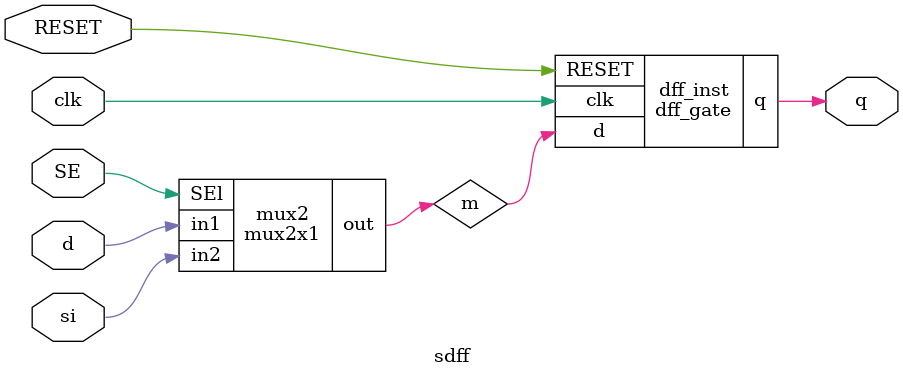
<source format=v>
module UPDATED_DFT(REFCLK,CLK2,DATA_IN,TESTMODE,SI1,SI2,SE,SO1,SO2,RESET,DATAOUT);
  input REFCLK,CLK2;
  input SI1,SI2,SE;
  output SO1,SO2;
  input [4:0]DATA_IN;
  input RESET,TESTMODE;
  output  [4:0]DATAOUT;
  
wire [19:0] deco1,pipo1;
wire [9:0] enco1,blackbox_out,pipo2;
wire [9:0] x,e5_mux_out;
wire m1,m2,RESET_out;
wire SO1wire,SO2wire,SO11_wire,SO22_wire;
  
  
  
  decoder5x20 D1(DATA_IN,deco1);
  pll PLL(REFCLK,clk1);
  mux2x1 DRC_C6(clk1,REFCLK,TESTMODE,m1);
  pipo20 P1 (m1,RESET,SE,SI1,SI2,deco1,pipo1,SO1wire,SO2wire);
  encoder20x10 E1(pipo1,enco1);
  mux2x1 DRC_C9(RESET_out,RESET,TESTMODE,m2);
  pipo10 P2 (CLK2,m2,SE,SO1wire,SO2wire,x,pipo2,SO1,SO2);
  encoder10x5 E2(pipo2,DATAOUT);
   blackbox BB(RESET_out,blackbox_out);
  pipo10 e5fix(CLK2,RESET,SE,SO1wire,SO2wire,,,SO11_wire,SO22_wire);
 
  mux2x1 DRC_e5_0(blackbox_out[0],SO11_wire,TESTMODE,e5_mux_out[0]);
  mux2x1 DRC_e5_1(blackbox_out[1],SO11_wire,TESTMODE,e5_mux_out[1]);
  mux2x1 DRC_e5_2(blackbox_out[2],SO11_wire,TESTMODE,e5_mux_out[2]);
  mux2x1 DRC_e5_3(blackbox_out[3],SO11_wire,TESTMODE,e5_mux_out[3]);
  mux2x1 DRC_e5_4(blackbox_out[4],SO11_wire,TESTMODE,e5_mux_out[4]);
  mux2x1 DRC_e5_5(blackbox_out[5],SO22_wire,TESTMODE,e5_mux_out[5]);
  mux2x1 DRC_e5_6(blackbox_out[6],SO22_wire,TESTMODE,e5_mux_out[6]);
  mux2x1 DRC_e5_7(blackbox_out[7],SO22_wire,TESTMODE,e5_mux_out[7]);
  mux2x1 DRC_e5_8(blackbox_out[8],SO22_wire,TESTMODE,e5_mux_out[8]);
  mux2x1 DRC_e5_9(blackbox_out[9],SO22_wire,TESTMODE,e5_mux_out[9]);

 xor (x[0],e5_mux_out[0],enco1[0]);
  xor (x[1],e5_mux_out[1],enco1[1]);
  xor (x[2],e5_mux_out[2],enco1[2]);
  xor (x[3],e5_mux_out[3],enco1[3]);
  xor (x[4],e5_mux_out[4],enco1[4]);
  xor (x[5],e5_mux_out[5],enco1[5]);
  xor (x[6],e5_mux_out[6],enco1[6]);
  xor (x[7],e5_mux_out[7],enco1[7]);
  xor (x[8],e5_mux_out[8],enco1[8]);
  xor (x[9],e5_mux_out[9],enco1[9]);
endmodule

module pll(
  input REFCLK,
  output clk
);
  //assign clk=REFCLK;  
endmodule
module blackbox(
  output RESET_out,
  output [9:0]DATAOUT
);
  //assign RESET_out = 1'b0;      
  //assign DATAOUT = 10'd0;   
endmodule

module decoder5x20 (
    input [4:0] in,
    output [19:0] out
);

    wire A, B, C, D, E; 
    wire nA, nB, nC, nD, nE;

    assign A = in[4];
    assign B = in[3];
    assign C = in[2];
    assign D = in[1];
    assign E = in[0];

    not g0(nA, A);
    not g1(nB, B);
    not g2(nC, C);
    not g3(nD, D);
    not g4(nE, E);

    // out[0] = ~A & ~B & ~C & ~D & ~E
    and g5(out[0], nA, nB, nC, nD, nE);
    
    // out[1] = ~A & ~B & ~C & ~D &  E
    and g6(out[1], nA, nB, nC, nD, E);

    // out[2] = ~A & ~B & ~C &  D & ~E
    and g7(out[2], nA, nB, nC, D, nE);

    // out[3] = ~A & ~B & ~C &  D &  E
    and g8(out[3], nA, nB, nC, D, E);

    // out[4] = ~A & ~B &  C & ~D & ~E
    and g9(out[4], nA, nB, C, nD, nE);

    // out[5] = ~A & ~B &  C & ~D &  E
    and g10(out[5], nA, nB, C, nD, E);

    // out[6] = ~A & ~B &  C &  D & ~E
    and g11(out[6], nA, nB, C, D, nE);

    // out[7] = ~A & ~B &  C &  D &  E
    and g12(out[7], nA, nB, C, D, E);

    // out[8] = ~A &  B & ~C & ~D & ~E
    and g13(out[8], nA, B, nC, nD, nE);

    // out[9] = ~A &  B & ~C & ~D &  E
    and g14(out[9], nA, B, nC, nD, E);

    // out[10] = ~A &  B & ~C &  D & ~E
    and g15(out[10], nA, B, nC, D, nE);

    // out[11] = ~A &  B & ~C &  D &  E
    and g16(out[11], nA, B, nC, D, E);

    // out[12] = ~A &  B &  C & ~D & ~E
    and g17(out[12], nA, B, C, nD, nE);

    // out[13] = ~A &  B &  C & ~D &  E
    and g18(out[13], nA, B, C, nD, E);

    // out[14] = ~A &  B &  C &  D & ~E
    and g19(out[14], nA, B, C, D, nE);

    // out[15] = ~A &  B &  C &  D &  E
    and g20(out[15], nA, B, C, D, E);

    // out[16] =  A & ~B & ~C & ~D & ~E
    and g21(out[16], A, nB, nC, nD, nE);

    // out[17] =  A & ~B & ~C & ~D &  E
    and g22(out[17], A, nB, nC, nD, E);

    // out[18] =  A & ~B & ~C &  D & ~E
    and g23(out[18], A, nB, nC, D, nE);

    // out[19] =  A & ~B & ~C &  D &  E
    and g24(out[19], A, nB, nC, D, E);
endmodule
// D latch gate-level
module d_latch (
    input wire d,
    input wire en,
    output wire q
);
    wire dbar, s, r, qbar;
    not u1(dbar, d);
    and u2(s, d, en);
    and u3(r, dbar, en);
    nor u4(q, r, qbar);
    nor u5(qbar, s, q);
endmodule
// Master-Slave D flip-flop
module dff_gate (
    input wire clk,
    input wire d,
    input wire RESET,
    output wire q
);
    wire nclk,nRESET;
    wire qm,d_mux;
    not u1(nclk, clk);
    not u2(nRESET, RESET);
    and(d_mux,d,nRESET);
    d_latch master (
        .d(d_mux),
        .en(nclk),
        .q(qm)
    );

    d_latch slave (
        .d(qm),
        .en(clk),
        .q(q)
    );
endmodule

module encoder20x10 (in,out);
  input  [19:0] in;
  output  [9:0] out;
  assign out[9:5] = 5'b0;
  or(out[0],  in[1] , in[3] , in[5] , in[7] , in[9] , in[11] , in[13] , in[15] , in[17] , in[19]);
  or(out[1] , in[2] , in[3] , in[6] , in[7] , in[10] , in[11] , in[14] , in[15] , in[18] , in[19]);
  or(out[2] , in[4] , in[5] , in[6] , in[7] , in[12] , in[13] , in[14] , in[15] , in[19]);
  or(out[3] , in[8] , in[9] , in[10] , in[11] , in[12] , in[13] , in[14] , in[15]);
  or(out[4] , in[16] , in[17] , in[18] , in[19]);
endmodule
module pipo10 (
    input wire clk,
    input wire RESET,
    input wire SE,                    // Scan enable
    input wire SI1,                   // Scan in for chain 0
    input wire SI2,                   // Scan in for chain 1
    input wire [9:0] d_in,
    output wire [9:0] q_out,
    output wire SO1,                  // Scan out for chain 0
    output wire SO2                   // Scan out for chain 1
);
    wire [5:0] scan_chain0;          // Chain for bits [0:9]
    wire [5:0] scan_chain1;          // Chain for bits [10:19]

    assign scan_chain0[0] = SI1;
    assign scan_chain1[0] = SI2;

    genvar i;

    // Chain 0 (bits 0-9)
    generate
        for (i = 0; i < 5; i = i + 1) begin : sdff_chain0
            sdff sdff_inst3 (
                .clk(clk),
                .RESET(RESET),
                .d(d_in[i]),
                .si(scan_chain0[i]),
                .SE(SE),
                .q(scan_chain0[i+1])
            );
            assign q_out[i] = scan_chain0[i+1];
        end
    endgenerate

    // Chain 1 (bits 10-19)
    generate
        for (i = 5; i < 10; i = i + 1) begin : sdff_chain1
            sdff sdff_inst4 (
                .clk(clk),
                .RESET(RESET),
                .d(d_in[i]),
                .si(scan_chain1[i-5]),
                .SE(SE),
                .q(scan_chain1[i-5+1])
            );
            assign q_out[i] = scan_chain1[i-5+1];
        end
    endgenerate

    assign SO1 = scan_chain0[5];
    assign SO2 = scan_chain1[5];

endmodule

module pipo20 (
    input wire clk,
    input wire RESET,
    input wire SE,                    // Scan enable
    input wire SI1,                   // Scan in for chain 0
    input wire SI2,                   // Scan in for chain 1
    input wire [19:0] d_in,
    output wire [19:0] q_out,
    output wire SO1,                  // Scan out for chain 0
    output wire SO2                   // Scan out for chain 1
);
    wire [10:0] scan_chain0;          // Chain for bits [0:9]
    wire [10:0] scan_chain1;          // Chain for bits [10:19]

    assign scan_chain0[0] = SI1;
    assign scan_chain1[0] = SI2;

    genvar i;

    // Chain 0 (bits 0-9)
    generate
        for (i = 0; i < 10; i = i + 1) begin : sdff_chain0
            sdff sdff_inst1 (
                .clk(clk),
                .RESET(RESET),
                .d(d_in[i]),
                .si(scan_chain0[i]),
                .SE(SE),
                .q(scan_chain0[i+1])
            );
            assign q_out[i] = scan_chain0[i+1];
        end
    endgenerate

    // Chain 1 (bits 10-19)
    generate
        for (i = 10; i < 20; i = i + 1) begin : sdff_chain1
            sdff sdff_inst2 (
                .clk(clk),
                .RESET(RESET),
                .d(d_in[i]),
                .si(scan_chain1[i-10]),
                .SE(SE),
                .q(scan_chain1[i-10+1])
            );
            assign q_out[i] = scan_chain1[i-10+1];
        end
    endgenerate

    assign SO1 = scan_chain0[10];
    assign SO2 = scan_chain1[10];

endmodule


module encoder10x5(in, out);
    input [9:0] in;
    output [4:0] out;

    wire P0, P1, P2, P3, P4, P5, P6, P7, P8, P9;

    // Intermediate wires for inverted inputs to simplify logic
    wire not_in_0, not_in_1, not_in_2, not_in_3, not_in_4, not_in_5, not_in_6, not_in_7, not_in_8, not_in_9;

    not (not_in_0, in[0]);
    not (not_in_1, in[1]);
    not (not_in_2, in[2]);
    not (not_in_3, in[3]);
    not (not_in_4, in[4]);
    not (not_in_5, in[5]);
    not (not_in_6, in[6]);
    not (not_in_7, in[7]);
    not (not_in_8, in[8]);
    not (not_in_9, in[9]);

    // Priority terms (P_N)
    assign P9 = in[9];
    and (P8, in[8], not_in_9);
    and (P7, in[7], not_in_8, not_in_9);
    and (P6, in[6], not_in_7, not_in_8, not_in_9);
    and (P5, in[5], not_in_6, not_in_7, not_in_8, not_in_9);
    and (P4, in[4], not_in_5, not_in_6, not_in_7, not_in_8, not_in_9);
    and (P3, in[3], not_in_4, not_in_5, not_in_6, not_in_7, not_in_8, not_in_9);
    and (P2, in[2], not_in_3, not_in_4, not_in_5, not_in_6, not_in_7, not_in_8, not_in_9);
    and (P1, in[1], not_in_2, not_in_3, not_in_4, not_in_5, not_in_6, not_in_7, not_in_8, not_in_9);
    and (P0, in[0], not_in_1, not_in_2, not_in_3, not_in_4, not_in_5, not_in_6, not_in_7, not_in_8, not_in_9);

    // Output bit 0 (LSB)
    or (out[0], P1, P3, P5, P7, P9);

    // Output bit 1
    or (out[1], P2, P3, P6, P7);

    // Output bit 2
    or (out[2], P4, P5, P6, P7);

    // So out[3] is 1 for P8 or P9
    or (out[3], P8, P9);
    
    assign out[4] = 1'b0;

endmodule
module mux2x1(in1,in2,SEl,out);
input in1,in2,SEl;
output out;
wire SElb,w1,w2;
//out=in1SEl'&in2SEl
not(SElb,SEl);
and a1(w1,SElb,in1);
and a2(w2,SEl,in2);
or o1(out,w1,w2);
endmodule

module sdff(d,si,SE,clk,RESET,q);
input si,SE,d,RESET,clk;
output q;

wire m;

mux2x1 mux2(d,si,SE,m);
dff_gate dff_inst (clk,m,RESET,q);
endmodule

</source>
